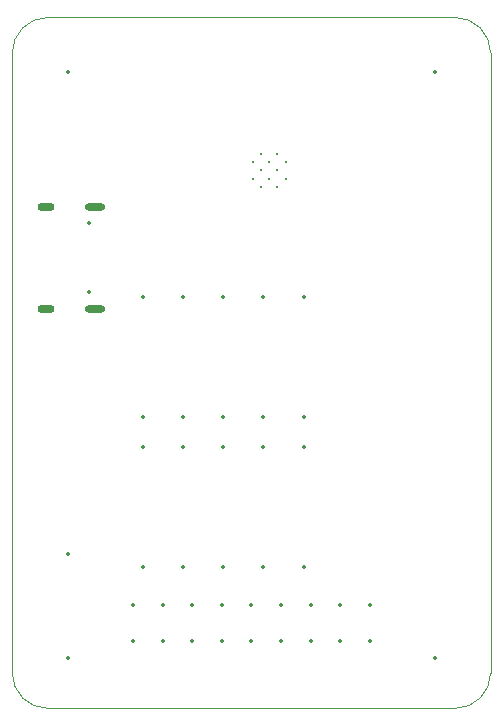
<source format=gko>
%TF.GenerationSoftware,KiCad,Pcbnew,8.0.8*%
%TF.CreationDate,2025-05-08T14:25:14+01:00*%
%TF.ProjectId,esp32-canboard,65737033-322d-4636-916e-626f6172642e,rev?*%
%TF.SameCoordinates,Original*%
%TF.FileFunction,Profile,NP*%
%FSLAX46Y46*%
G04 Gerber Fmt 4.6, Leading zero omitted, Abs format (unit mm)*
G04 Created by KiCad (PCBNEW 8.0.8) date 2025-05-08 14:25:14*
%MOMM*%
%LPD*%
G01*
G04 APERTURE LIST*
%TA.AperFunction,Profile*%
%ADD10C,0.050000*%
%TD*%
%ADD11C,0.350000*%
%ADD12C,0.300000*%
%ADD13O,1.450000X0.650000*%
%ADD14O,1.750000X0.650000*%
G04 APERTURE END LIST*
D10*
X90000000Y-73000000D02*
X90000000Y-125500000D01*
X127500000Y-70000000D02*
X93000000Y-70000000D01*
X130500000Y-125500000D02*
X130500000Y-73000000D01*
X93000000Y-128500000D02*
G75*
G02*
X90000000Y-125500000I0J3000000D01*
G01*
X130500000Y-125500000D02*
G75*
G02*
X127500000Y-128500000I-3000000J0D01*
G01*
X93000000Y-128500000D02*
X127500000Y-128500000D01*
X127500000Y-70000000D02*
G75*
G02*
X130500000Y-73000000I0J-3000000D01*
G01*
X90000000Y-73000000D02*
G75*
G02*
X93000000Y-70000000I3000000J0D01*
G01*
D11*
X125750000Y-74600000D03*
X94750000Y-74600000D03*
X120250000Y-119754500D03*
X117750000Y-119754500D03*
X115250000Y-119754500D03*
X112750000Y-119754500D03*
X110250000Y-119754500D03*
X107750000Y-119754500D03*
X105250000Y-119754500D03*
X102750000Y-119754500D03*
X100250000Y-119754500D03*
X120250000Y-122754500D03*
X117750000Y-122754500D03*
X115250000Y-122754500D03*
X112750000Y-122754500D03*
X110250000Y-122754500D03*
X107750000Y-122754500D03*
X105250000Y-122754500D03*
X102750000Y-122754500D03*
X100250000Y-122754500D03*
X94750000Y-124254500D03*
X125750000Y-124254500D03*
X94750000Y-115450000D03*
D12*
X113150000Y-83650000D03*
X113150000Y-82250000D03*
X112450000Y-84350000D03*
X112450000Y-82950000D03*
X112450000Y-81550000D03*
X111750000Y-83650000D03*
X111750000Y-82250000D03*
X111050000Y-84350000D03*
X111050000Y-82950000D03*
X111050000Y-81550000D03*
X110350000Y-83650000D03*
X110350000Y-82250000D03*
D11*
X96530000Y-87440000D03*
X96530000Y-93220000D03*
D13*
X92880000Y-86010000D03*
X92880000Y-94650000D03*
D14*
X97030000Y-86010000D03*
X97030000Y-94650000D03*
D11*
X111260000Y-106380000D03*
X111260000Y-116540000D03*
X101060000Y-106380000D03*
X101060000Y-116540000D03*
X107860000Y-93690000D03*
X107860000Y-103850000D03*
X114660000Y-93690000D03*
X114660000Y-103850000D03*
X104460000Y-106380000D03*
X104460000Y-116540000D03*
X101060000Y-93690000D03*
X101060000Y-103850000D03*
X114660000Y-106380000D03*
X114660000Y-116540000D03*
X107860000Y-106380000D03*
X107860000Y-116540000D03*
X104460000Y-93690000D03*
X104460000Y-103850000D03*
X111260000Y-93690000D03*
X111260000Y-103850000D03*
M02*

</source>
